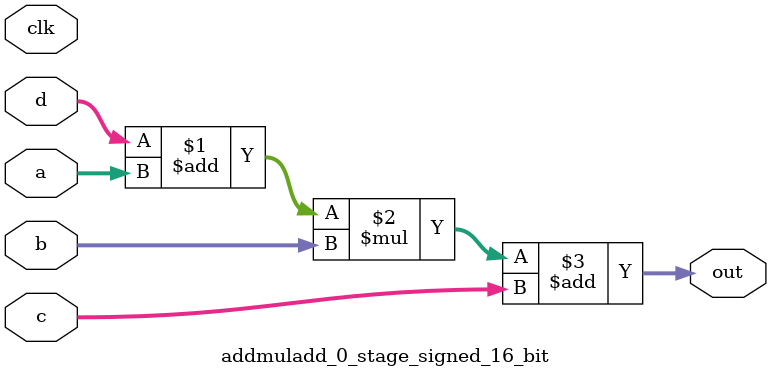
<source format=sv>
(* use_dsp = "yes" *) module addmuladd_0_stage_signed_16_bit(
	input signed [15:0] a,
	input signed [15:0] b,
	input signed [15:0] c,
	input signed [15:0] d,
	output [15:0] out,
	input clk);

	assign out = ((d + a) * b) + c;
endmodule

</source>
